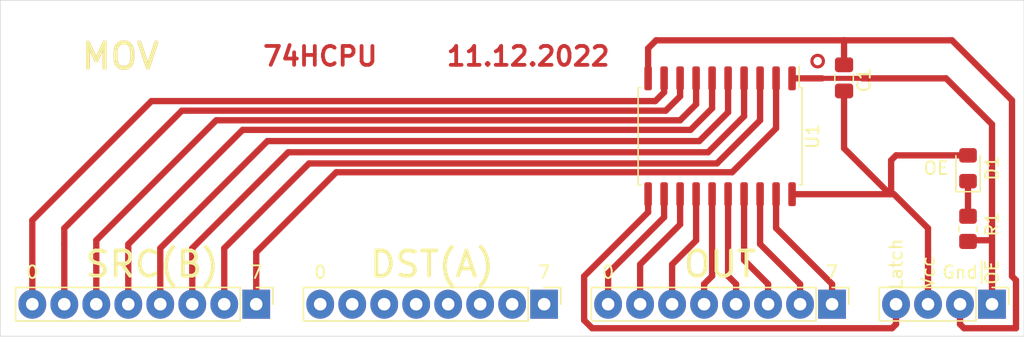
<source format=kicad_pcb>
(kicad_pcb (version 20171130) (host pcbnew "(5.1.8)-1")

  (general
    (thickness 1.6)
    (drawings 23)
    (tracks 106)
    (zones 0)
    (modules 8)
    (nets 30)
  )

  (page A4 portrait)
  (layers
    (0 F.Cu signal)
    (31 B.Cu signal)
    (32 B.Adhes user)
    (33 F.Adhes user)
    (34 B.Paste user)
    (35 F.Paste user)
    (36 B.SilkS user)
    (37 F.SilkS user)
    (38 B.Mask user)
    (39 F.Mask user)
    (40 Dwgs.User user)
    (41 Cmts.User user)
    (42 Eco1.User user)
    (43 Eco2.User user)
    (44 Edge.Cuts user)
    (45 Margin user)
    (46 B.CrtYd user)
    (47 F.CrtYd user)
    (48 B.Fab user)
    (49 F.Fab user)
  )

  (setup
    (last_trace_width 0.5)
    (user_trace_width 0.4)
    (user_trace_width 0.5)
    (user_trace_width 0.6)
    (user_trace_width 0.8)
    (trace_clearance 0.2)
    (zone_clearance 0.508)
    (zone_45_only no)
    (trace_min 0.2)
    (via_size 1.5)
    (via_drill 0.5)
    (via_min_size 0.4)
    (via_min_drill 0.3)
    (user_via 1.6 0.9)
    (uvia_size 0.3)
    (uvia_drill 0.1)
    (uvias_allowed no)
    (uvia_min_size 0.2)
    (uvia_min_drill 0.1)
    (edge_width 0.05)
    (segment_width 0.2)
    (pcb_text_width 0.3)
    (pcb_text_size 1.5 1.5)
    (mod_edge_width 0.12)
    (mod_text_size 1 1)
    (mod_text_width 0.15)
    (pad_size 1.6 1.6)
    (pad_drill 0.8)
    (pad_to_mask_clearance 0)
    (aux_axis_origin 0 0)
    (visible_elements 7FFFFFFF)
    (pcbplotparams
      (layerselection 0x010f0_ffffffff)
      (usegerberextensions false)
      (usegerberattributes false)
      (usegerberadvancedattributes false)
      (creategerberjobfile false)
      (excludeedgelayer true)
      (linewidth 0.100000)
      (plotframeref false)
      (viasonmask false)
      (mode 1)
      (useauxorigin false)
      (hpglpennumber 1)
      (hpglpenspeed 20)
      (hpglpendiameter 15.000000)
      (psnegative false)
      (psa4output false)
      (plotreference true)
      (plotvalue true)
      (plotinvisibletext false)
      (padsonsilk false)
      (subtractmaskfromsilk false)
      (outputformat 1)
      (mirror false)
      (drillshape 0)
      (scaleselection 1)
      (outputdirectory "gerber/"))
  )

  (net 0 "")
  (net 1 "Net-(J1-Pad7)")
  (net 2 "Net-(J1-Pad6)")
  (net 3 "Net-(J1-Pad5)")
  (net 4 "Net-(J1-Pad4)")
  (net 5 "Net-(J1-Pad3)")
  (net 6 "Net-(J1-Pad2)")
  (net 7 "Net-(J2-Pad7)")
  (net 8 "Net-(J2-Pad6)")
  (net 9 "Net-(J2-Pad5)")
  (net 10 "Net-(J2-Pad4)")
  (net 11 "Net-(J2-Pad3)")
  (net 12 "Net-(J2-Pad2)")
  (net 13 "Net-(J3-Pad7)")
  (net 14 "Net-(J3-Pad6)")
  (net 15 "Net-(J3-Pad5)")
  (net 16 "Net-(J3-Pad4)")
  (net 17 "Net-(J3-Pad3)")
  (net 18 "Net-(J3-Pad2)")
  (net 19 VCC)
  (net 20 GND)
  (net 21 /A0)
  (net 22 /A7)
  (net 23 /B0)
  (net 24 /B7)
  (net 25 /OUT0)
  (net 26 /OUT7)
  (net 27 /Latch)
  (net 28 /~OE)
  (net 29 "Net-(D1-Pad1)")

  (net_class Default "This is the default net class."
    (clearance 0.2)
    (trace_width 0.4)
    (via_dia 1.5)
    (via_drill 0.5)
    (uvia_dia 0.3)
    (uvia_drill 0.1)
    (add_net /A0)
    (add_net /A7)
    (add_net /B0)
    (add_net /B7)
    (add_net /Latch)
    (add_net /OUT0)
    (add_net /OUT7)
    (add_net /~OE)
    (add_net GND)
    (add_net "Net-(D1-Pad1)")
    (add_net "Net-(J1-Pad2)")
    (add_net "Net-(J1-Pad3)")
    (add_net "Net-(J1-Pad4)")
    (add_net "Net-(J1-Pad5)")
    (add_net "Net-(J1-Pad6)")
    (add_net "Net-(J1-Pad7)")
    (add_net "Net-(J2-Pad2)")
    (add_net "Net-(J2-Pad3)")
    (add_net "Net-(J2-Pad4)")
    (add_net "Net-(J2-Pad5)")
    (add_net "Net-(J2-Pad6)")
    (add_net "Net-(J2-Pad7)")
    (add_net "Net-(J3-Pad2)")
    (add_net "Net-(J3-Pad3)")
    (add_net "Net-(J3-Pad4)")
    (add_net "Net-(J3-Pad5)")
    (add_net "Net-(J3-Pad6)")
    (add_net "Net-(J3-Pad7)")
    (add_net VCC)
  )

  (module Connector_PinHeader_2.54mm:PinHeader_1x04_P2.54mm_Vertical (layer F.Cu) (tedit 59FED5CC) (tstamp 5F500AA8)
    (at 139.7 64.135 270)
    (descr "Through hole straight pin header, 1x04, 2.54mm pitch, single row")
    (tags "Through hole pin header THT 1x04 2.54mm single row")
    (path /5F50268E)
    (fp_text reference J4 (at -1.905 -1.905 90) (layer F.SilkS) hide
      (effects (font (size 1 1) (thickness 0.15)))
    )
    (fp_text value Conn_01x04_Male (at 1.905 5.08 180) (layer F.Fab)
      (effects (font (size 1 1) (thickness 0.15)))
    )
    (fp_line (start -0.635 -1.27) (end 1.27 -1.27) (layer F.Fab) (width 0.1))
    (fp_line (start 1.27 -1.27) (end 1.27 8.89) (layer F.Fab) (width 0.1))
    (fp_line (start 1.27 8.89) (end -1.27 8.89) (layer F.Fab) (width 0.1))
    (fp_line (start -1.27 8.89) (end -1.27 -0.635) (layer F.Fab) (width 0.1))
    (fp_line (start -1.27 -0.635) (end -0.635 -1.27) (layer F.Fab) (width 0.1))
    (fp_line (start -1.33 8.95) (end 1.33 8.95) (layer F.SilkS) (width 0.12))
    (fp_line (start -1.33 1.27) (end -1.33 8.95) (layer F.SilkS) (width 0.12))
    (fp_line (start 1.33 1.27) (end 1.33 8.95) (layer F.SilkS) (width 0.12))
    (fp_line (start -1.33 1.27) (end 1.33 1.27) (layer F.SilkS) (width 0.12))
    (fp_line (start -1.33 0) (end -1.33 -1.33) (layer F.SilkS) (width 0.12))
    (fp_line (start -1.33 -1.33) (end 0 -1.33) (layer F.SilkS) (width 0.12))
    (fp_line (start -1.8 -1.8) (end -1.8 9.4) (layer F.CrtYd) (width 0.05))
    (fp_line (start -1.8 9.4) (end 1.8 9.4) (layer F.CrtYd) (width 0.05))
    (fp_line (start 1.8 9.4) (end 1.8 -1.8) (layer F.CrtYd) (width 0.05))
    (fp_line (start 1.8 -1.8) (end -1.8 -1.8) (layer F.CrtYd) (width 0.05))
    (fp_text user %R (at 0 3.81) (layer F.Fab)
      (effects (font (size 1 1) (thickness 0.15)))
    )
    (pad 4 thru_hole oval (at 0 7.62 270) (size 2.3 2.2) (drill 1) (layers *.Cu *.Mask)
      (net 27 /Latch))
    (pad 3 thru_hole oval (at 0 5.08 270) (size 2.3 2.2) (drill 1) (layers *.Cu *.Mask)
      (net 19 VCC))
    (pad 2 thru_hole oval (at 0 2.54 270) (size 2.3 2.2) (drill 1) (layers *.Cu *.Mask)
      (net 20 GND))
    (pad 1 thru_hole rect (at 0 0 270) (size 2.3 2.2) (drill 1) (layers *.Cu *.Mask)
      (net 28 /~OE))
    (model ${KISYS3DMOD}/Connector_PinHeader_2.54mm.3dshapes/PinHeader_1x04_P2.54mm_Vertical.wrl
      (at (xyz 0 0 0))
      (scale (xyz 1 1 1))
      (rotate (xyz 0 0 0))
    )
  )

  (module Connector_PinHeader_2.54mm:PinHeader_1x08_P2.54mm_Vertical (layer F.Cu) (tedit 59FED5CC) (tstamp 5F500A5B)
    (at 127 64.135 270)
    (descr "Through hole straight pin header, 1x08, 2.54mm pitch, single row")
    (tags "Through hole pin header THT 1x08 2.54mm single row")
    (path /5F502016)
    (fp_text reference J3 (at 0 -2.33 90) (layer F.SilkS) hide
      (effects (font (size 1 1) (thickness 0.15)))
    )
    (fp_text value Conn_01x08_Male (at 1.905 8.89 180) (layer F.Fab)
      (effects (font (size 1 1) (thickness 0.15)))
    )
    (fp_line (start -0.635 -1.27) (end 1.27 -1.27) (layer F.Fab) (width 0.1))
    (fp_line (start 1.27 -1.27) (end 1.27 19.05) (layer F.Fab) (width 0.1))
    (fp_line (start 1.27 19.05) (end -1.27 19.05) (layer F.Fab) (width 0.1))
    (fp_line (start -1.27 19.05) (end -1.27 -0.635) (layer F.Fab) (width 0.1))
    (fp_line (start -1.27 -0.635) (end -0.635 -1.27) (layer F.Fab) (width 0.1))
    (fp_line (start -1.33 19.11) (end 1.33 19.11) (layer F.SilkS) (width 0.12))
    (fp_line (start -1.33 1.27) (end -1.33 19.11) (layer F.SilkS) (width 0.12))
    (fp_line (start 1.33 1.27) (end 1.33 19.11) (layer F.SilkS) (width 0.12))
    (fp_line (start -1.33 1.27) (end 1.33 1.27) (layer F.SilkS) (width 0.12))
    (fp_line (start -1.33 0) (end -1.33 -1.33) (layer F.SilkS) (width 0.12))
    (fp_line (start -1.33 -1.33) (end 0 -1.33) (layer F.SilkS) (width 0.12))
    (fp_line (start -1.8 -1.8) (end -1.8 19.55) (layer F.CrtYd) (width 0.05))
    (fp_line (start -1.8 19.55) (end 1.8 19.55) (layer F.CrtYd) (width 0.05))
    (fp_line (start 1.8 19.55) (end 1.8 -1.8) (layer F.CrtYd) (width 0.05))
    (fp_line (start 1.8 -1.8) (end -1.8 -1.8) (layer F.CrtYd) (width 0.05))
    (fp_text user %R (at 0 8.89) (layer F.Fab)
      (effects (font (size 1 1) (thickness 0.15)))
    )
    (pad 8 thru_hole oval (at 0 17.78 270) (size 2.3 2.2) (drill 1) (layers *.Cu *.Mask)
      (net 25 /OUT0))
    (pad 7 thru_hole oval (at 0 15.24 270) (size 2.3 2.2) (drill 1) (layers *.Cu *.Mask)
      (net 13 "Net-(J3-Pad7)"))
    (pad 6 thru_hole oval (at 0 12.7 270) (size 2.3 2.2) (drill 1) (layers *.Cu *.Mask)
      (net 14 "Net-(J3-Pad6)"))
    (pad 5 thru_hole oval (at 0 10.16 270) (size 2.3 2.2) (drill 1) (layers *.Cu *.Mask)
      (net 15 "Net-(J3-Pad5)"))
    (pad 4 thru_hole oval (at 0 7.62 270) (size 2.3 2.2) (drill 1) (layers *.Cu *.Mask)
      (net 16 "Net-(J3-Pad4)"))
    (pad 3 thru_hole oval (at 0 5.08 270) (size 2.3 2.2) (drill 1) (layers *.Cu *.Mask)
      (net 17 "Net-(J3-Pad3)"))
    (pad 2 thru_hole oval (at 0 2.54 270) (size 2.3 2.2) (drill 1) (layers *.Cu *.Mask)
      (net 18 "Net-(J3-Pad2)"))
    (pad 1 thru_hole rect (at 0 0 270) (size 2.3 2.2) (drill 1) (layers *.Cu *.Mask)
      (net 26 /OUT7))
    (model ${KISYS3DMOD}/Connector_PinHeader_2.54mm.3dshapes/PinHeader_1x08_P2.54mm_Vertical.wrl
      (at (xyz 0 0 0))
      (scale (xyz 1 1 1))
      (rotate (xyz 0 0 0))
    )
  )

  (module Connector_PinHeader_2.54mm:PinHeader_1x08_P2.54mm_Vertical (layer F.Cu) (tedit 59FED5CC) (tstamp 5F5009DA)
    (at 104.14 64.135 270)
    (descr "Through hole straight pin header, 1x08, 2.54mm pitch, single row")
    (tags "Through hole pin header THT 1x08 2.54mm single row")
    (path /5F5016B1)
    (fp_text reference J2 (at 0 -2.33 90) (layer F.SilkS) hide
      (effects (font (size 1 1) (thickness 0.15)))
    )
    (fp_text value Conn_01x08_Male (at 1.905 8.89 180) (layer F.Fab)
      (effects (font (size 1 1) (thickness 0.15)))
    )
    (fp_line (start -0.635 -1.27) (end 1.27 -1.27) (layer F.Fab) (width 0.1))
    (fp_line (start 1.27 -1.27) (end 1.27 19.05) (layer F.Fab) (width 0.1))
    (fp_line (start 1.27 19.05) (end -1.27 19.05) (layer F.Fab) (width 0.1))
    (fp_line (start -1.27 19.05) (end -1.27 -0.635) (layer F.Fab) (width 0.1))
    (fp_line (start -1.27 -0.635) (end -0.635 -1.27) (layer F.Fab) (width 0.1))
    (fp_line (start -1.33 19.11) (end 1.33 19.11) (layer F.SilkS) (width 0.12))
    (fp_line (start -1.33 1.27) (end -1.33 19.11) (layer F.SilkS) (width 0.12))
    (fp_line (start 1.33 1.27) (end 1.33 19.11) (layer F.SilkS) (width 0.12))
    (fp_line (start -1.33 1.27) (end 1.33 1.27) (layer F.SilkS) (width 0.12))
    (fp_line (start -1.33 0) (end -1.33 -1.33) (layer F.SilkS) (width 0.12))
    (fp_line (start -1.33 -1.33) (end 0 -1.33) (layer F.SilkS) (width 0.12))
    (fp_line (start -1.8 -1.8) (end -1.8 19.55) (layer F.CrtYd) (width 0.05))
    (fp_line (start -1.8 19.55) (end 1.8 19.55) (layer F.CrtYd) (width 0.05))
    (fp_line (start 1.8 19.55) (end 1.8 -1.8) (layer F.CrtYd) (width 0.05))
    (fp_line (start 1.8 -1.8) (end -1.8 -1.8) (layer F.CrtYd) (width 0.05))
    (fp_text user %R (at 0 8.89) (layer F.Fab)
      (effects (font (size 1 1) (thickness 0.15)))
    )
    (pad 8 thru_hole oval (at 0 17.78 270) (size 2.3 2.2) (drill 1) (layers *.Cu *.Mask)
      (net 21 /A0))
    (pad 7 thru_hole oval (at 0 15.24 270) (size 2.3 2.2) (drill 1) (layers *.Cu *.Mask)
      (net 7 "Net-(J2-Pad7)"))
    (pad 6 thru_hole oval (at 0 12.7 270) (size 2.3 2.2) (drill 1) (layers *.Cu *.Mask)
      (net 8 "Net-(J2-Pad6)"))
    (pad 5 thru_hole oval (at 0 10.16 270) (size 2.3 2.2) (drill 1) (layers *.Cu *.Mask)
      (net 9 "Net-(J2-Pad5)"))
    (pad 4 thru_hole oval (at 0 7.62 270) (size 2.3 2.2) (drill 1) (layers *.Cu *.Mask)
      (net 10 "Net-(J2-Pad4)"))
    (pad 3 thru_hole oval (at 0 5.08 270) (size 2.3 2.2) (drill 1) (layers *.Cu *.Mask)
      (net 11 "Net-(J2-Pad3)"))
    (pad 2 thru_hole oval (at 0 2.54 270) (size 2.3 2.2) (drill 1) (layers *.Cu *.Mask)
      (net 12 "Net-(J2-Pad2)"))
    (pad 1 thru_hole rect (at 0 0 270) (size 2.3 2.2) (drill 1) (layers *.Cu *.Mask)
      (net 22 /A7))
    (model ${KISYS3DMOD}/Connector_PinHeader_2.54mm.3dshapes/PinHeader_1x08_P2.54mm_Vertical.wrl
      (at (xyz 0 0 0))
      (scale (xyz 1 1 1))
      (rotate (xyz 0 0 0))
    )
  )

  (module Connector_PinHeader_2.54mm:PinHeader_1x08_P2.54mm_Vertical (layer F.Cu) (tedit 59FED5CC) (tstamp 5F500959)
    (at 81.28 64.135 270)
    (descr "Through hole straight pin header, 1x08, 2.54mm pitch, single row")
    (tags "Through hole pin header THT 1x08 2.54mm single row")
    (path /5F5004CF)
    (fp_text reference J1 (at 0 -2.33 90) (layer F.SilkS) hide
      (effects (font (size 1 1) (thickness 0.15)))
    )
    (fp_text value Conn_01x08_Male (at 1.905 8.89 180) (layer F.Fab)
      (effects (font (size 1 1) (thickness 0.15)))
    )
    (fp_line (start -0.635 -1.27) (end 1.27 -1.27) (layer F.Fab) (width 0.1))
    (fp_line (start 1.27 -1.27) (end 1.27 19.05) (layer F.Fab) (width 0.1))
    (fp_line (start 1.27 19.05) (end -1.27 19.05) (layer F.Fab) (width 0.1))
    (fp_line (start -1.27 19.05) (end -1.27 -0.635) (layer F.Fab) (width 0.1))
    (fp_line (start -1.27 -0.635) (end -0.635 -1.27) (layer F.Fab) (width 0.1))
    (fp_line (start -1.33 19.11) (end 1.33 19.11) (layer F.SilkS) (width 0.12))
    (fp_line (start -1.33 1.27) (end -1.33 19.11) (layer F.SilkS) (width 0.12))
    (fp_line (start 1.33 1.27) (end 1.33 19.11) (layer F.SilkS) (width 0.12))
    (fp_line (start -1.33 1.27) (end 1.33 1.27) (layer F.SilkS) (width 0.12))
    (fp_line (start -1.33 0) (end -1.33 -1.33) (layer F.SilkS) (width 0.12))
    (fp_line (start -1.33 -1.33) (end 0 -1.33) (layer F.SilkS) (width 0.12))
    (fp_line (start -1.8 -1.8) (end -1.8 19.55) (layer F.CrtYd) (width 0.05))
    (fp_line (start -1.8 19.55) (end 1.8 19.55) (layer F.CrtYd) (width 0.05))
    (fp_line (start 1.8 19.55) (end 1.8 -1.8) (layer F.CrtYd) (width 0.05))
    (fp_line (start 1.8 -1.8) (end -1.8 -1.8) (layer F.CrtYd) (width 0.05))
    (fp_text user %R (at 0 8.89) (layer F.Fab)
      (effects (font (size 1 1) (thickness 0.15)))
    )
    (pad 8 thru_hole oval (at 0 17.78 270) (size 2.3 2.2) (drill 1) (layers *.Cu *.Mask)
      (net 23 /B0))
    (pad 7 thru_hole oval (at 0 15.24 270) (size 2.3 2.2) (drill 1) (layers *.Cu *.Mask)
      (net 1 "Net-(J1-Pad7)"))
    (pad 6 thru_hole oval (at 0 12.7 270) (size 2.3 2.2) (drill 1) (layers *.Cu *.Mask)
      (net 2 "Net-(J1-Pad6)"))
    (pad 5 thru_hole oval (at 0 10.16 270) (size 2.3 2.2) (drill 1) (layers *.Cu *.Mask)
      (net 3 "Net-(J1-Pad5)"))
    (pad 4 thru_hole oval (at 0 7.62 270) (size 2.3 2.2) (drill 1) (layers *.Cu *.Mask)
      (net 4 "Net-(J1-Pad4)"))
    (pad 3 thru_hole oval (at 0 5.08 270) (size 2.3 2.2) (drill 1) (layers *.Cu *.Mask)
      (net 5 "Net-(J1-Pad3)"))
    (pad 2 thru_hole oval (at 0 2.54 270) (size 2.3 2.2) (drill 1) (layers *.Cu *.Mask)
      (net 6 "Net-(J1-Pad2)"))
    (pad 1 thru_hole rect (at 0 0 270) (size 2.3 2.2) (drill 1) (layers *.Cu *.Mask)
      (net 24 /B7))
    (model ${KISYS3DMOD}/Connector_PinHeader_2.54mm.3dshapes/PinHeader_1x08_P2.54mm_Vertical.wrl
      (at (xyz 0 0 0))
      (scale (xyz 1 1 1))
      (rotate (xyz 0 0 0))
    )
  )

  (module Package_SO:SOP-20_7.5x12.8mm_P1.27mm (layer F.Cu) (tedit 5F4D0A3D) (tstamp 62BBAC33)
    (at 118.11 50.8 270)
    (descr "SOP, 20 Pin (https://www.holtek.com/documents/10179/116723/sop20-300.pdf), generated with kicad-footprint-generator ipc_gullwing_generator.py")
    (tags "SOP SO")
    (path /5F510F59)
    (attr smd)
    (fp_text reference U1 (at 0 -7.35 90) (layer F.SilkS)
      (effects (font (size 1 1) (thickness 0.15)))
    )
    (fp_text value 74LS573 (at 0 7.35 90) (layer F.Fab)
      (effects (font (size 1 1) (thickness 0.15)))
    )
    (fp_line (start 5.8 -6.65) (end -5.8 -6.65) (layer F.CrtYd) (width 0.05))
    (fp_line (start 5.8 6.65) (end 5.8 -6.65) (layer F.CrtYd) (width 0.05))
    (fp_line (start -5.8 6.65) (end 5.8 6.65) (layer F.CrtYd) (width 0.05))
    (fp_line (start -5.8 -6.65) (end -5.8 6.65) (layer F.CrtYd) (width 0.05))
    (fp_line (start -3.75 -5.4) (end -2.75 -6.4) (layer F.Fab) (width 0.1))
    (fp_line (start -3.75 6.4) (end -3.75 -5.4) (layer F.Fab) (width 0.1))
    (fp_line (start 3.75 6.4) (end -3.75 6.4) (layer F.Fab) (width 0.1))
    (fp_line (start 3.75 -6.4) (end 3.75 6.4) (layer F.Fab) (width 0.1))
    (fp_line (start -2.75 -6.4) (end 3.75 -6.4) (layer F.Fab) (width 0.1))
    (fp_line (start -3.86 -6.275) (end -5.55 -6.275) (layer F.SilkS) (width 0.12))
    (fp_line (start -3.86 -6.51) (end -3.86 -6.275) (layer F.SilkS) (width 0.12))
    (fp_line (start 0 -6.51) (end -3.86 -6.51) (layer F.SilkS) (width 0.12))
    (fp_line (start 3.86 -6.51) (end 3.86 -6.275) (layer F.SilkS) (width 0.12))
    (fp_line (start 0 -6.51) (end 3.86 -6.51) (layer F.SilkS) (width 0.12))
    (fp_line (start -3.86 6.51) (end -3.86 6.275) (layer F.SilkS) (width 0.12))
    (fp_line (start 0 6.51) (end -3.86 6.51) (layer F.SilkS) (width 0.12))
    (fp_line (start 3.86 6.51) (end 3.86 6.275) (layer F.SilkS) (width 0.12))
    (fp_line (start 0 6.51) (end 3.86 6.51) (layer F.SilkS) (width 0.12))
    (fp_text user %R (at 0 0 90) (layer F.Fab)
      (effects (font (size 1 1) (thickness 0.15)))
    )
    (pad 1 smd roundrect (at -4.6 -5.715 270) (size 1.9 0.6) (layers F.Cu F.Paste F.Mask) (roundrect_rratio 0.25)
      (net 28 /~OE))
    (pad 2 smd roundrect (at -4.6 -4.445 270) (size 1.9 0.6) (layers F.Cu F.Paste F.Mask) (roundrect_rratio 0.25)
      (net 24 /B7))
    (pad 3 smd roundrect (at -4.6 -3.175 270) (size 1.9 0.6) (layers F.Cu F.Paste F.Mask) (roundrect_rratio 0.25)
      (net 6 "Net-(J1-Pad2)"))
    (pad 4 smd roundrect (at -4.6 -1.905 270) (size 1.9 0.6) (layers F.Cu F.Paste F.Mask) (roundrect_rratio 0.25)
      (net 5 "Net-(J1-Pad3)"))
    (pad 5 smd roundrect (at -4.6 -0.635 270) (size 1.9 0.6) (layers F.Cu F.Paste F.Mask) (roundrect_rratio 0.25)
      (net 4 "Net-(J1-Pad4)"))
    (pad 6 smd roundrect (at -4.6 0.635 270) (size 1.9 0.6) (layers F.Cu F.Paste F.Mask) (roundrect_rratio 0.25)
      (net 3 "Net-(J1-Pad5)"))
    (pad 7 smd roundrect (at -4.6 1.905 270) (size 1.9 0.6) (layers F.Cu F.Paste F.Mask) (roundrect_rratio 0.25)
      (net 2 "Net-(J1-Pad6)"))
    (pad 8 smd roundrect (at -4.6 3.175 270) (size 1.9 0.6) (layers F.Cu F.Paste F.Mask) (roundrect_rratio 0.25)
      (net 1 "Net-(J1-Pad7)"))
    (pad 9 smd roundrect (at -4.6 4.445 270) (size 1.9 0.6) (layers F.Cu F.Paste F.Mask) (roundrect_rratio 0.25)
      (net 23 /B0))
    (pad 10 smd roundrect (at -4.6 5.715 270) (size 1.9 0.6) (layers F.Cu F.Paste F.Mask) (roundrect_rratio 0.25)
      (net 20 GND))
    (pad 11 smd roundrect (at 4.6 5.715 270) (size 1.9 0.6) (layers F.Cu F.Paste F.Mask) (roundrect_rratio 0.25)
      (net 27 /Latch))
    (pad 12 smd roundrect (at 4.6 4.445 270) (size 1.9 0.6) (layers F.Cu F.Paste F.Mask) (roundrect_rratio 0.25)
      (net 25 /OUT0))
    (pad 13 smd roundrect (at 4.6 3.175 270) (size 1.9 0.6) (layers F.Cu F.Paste F.Mask) (roundrect_rratio 0.25)
      (net 13 "Net-(J3-Pad7)"))
    (pad 14 smd roundrect (at 4.6 1.905 270) (size 1.9 0.6) (layers F.Cu F.Paste F.Mask) (roundrect_rratio 0.25)
      (net 14 "Net-(J3-Pad6)"))
    (pad 15 smd roundrect (at 4.6 0.635 270) (size 1.9 0.6) (layers F.Cu F.Paste F.Mask) (roundrect_rratio 0.25)
      (net 15 "Net-(J3-Pad5)"))
    (pad 16 smd roundrect (at 4.6 -0.635 270) (size 1.9 0.6) (layers F.Cu F.Paste F.Mask) (roundrect_rratio 0.25)
      (net 16 "Net-(J3-Pad4)"))
    (pad 17 smd roundrect (at 4.6 -1.905 270) (size 1.9 0.6) (layers F.Cu F.Paste F.Mask) (roundrect_rratio 0.25)
      (net 17 "Net-(J3-Pad3)"))
    (pad 18 smd roundrect (at 4.6 -3.175 270) (size 1.9 0.6) (layers F.Cu F.Paste F.Mask) (roundrect_rratio 0.25)
      (net 18 "Net-(J3-Pad2)"))
    (pad 19 smd roundrect (at 4.6 -4.445 270) (size 1.9 0.6) (layers F.Cu F.Paste F.Mask) (roundrect_rratio 0.25)
      (net 26 /OUT7))
    (pad 20 smd roundrect (at 4.6 -5.715 270) (size 1.9 0.6) (layers F.Cu F.Paste F.Mask) (roundrect_rratio 0.25)
      (net 19 VCC))
    (model ${KISYS3DMOD}/Package_SO.3dshapes/SOP-20_7.5x12.8mm_P1.27mm.wrl
      (at (xyz 0 0 0))
      (scale (xyz 1 1 1))
      (rotate (xyz 0 0 0))
    )
  )

  (module Capacitor_SMD:C_0805_2012Metric_Pad1.18x1.45mm_HandSolder (layer F.Cu) (tedit 5F68FEEF) (tstamp 62BBDD98)
    (at 127.9525 46.1645 90)
    (descr "Capacitor SMD 0805 (2012 Metric), square (rectangular) end terminal, IPC_7351 nominal with elongated pad for handsoldering. (Body size source: IPC-SM-782 page 76, https://www.pcb-3d.com/wordpress/wp-content/uploads/ipc-sm-782a_amendment_1_and_2.pdf, https://docs.google.com/spreadsheets/d/1BsfQQcO9C6DZCsRaXUlFlo91Tg2WpOkGARC1WS5S8t0/edit?usp=sharing), generated with kicad-footprint-generator")
    (tags "capacitor handsolder")
    (path /5F50C05B)
    (attr smd)
    (fp_text reference C1 (at -0.1905 1.5875 90) (layer F.SilkS)
      (effects (font (size 1 1) (thickness 0.15)))
    )
    (fp_text value 0.1uF (at 0 1.68 90) (layer F.Fab)
      (effects (font (size 1 1) (thickness 0.15)))
    )
    (fp_line (start -1 0.625) (end -1 -0.625) (layer F.Fab) (width 0.1))
    (fp_line (start -1 -0.625) (end 1 -0.625) (layer F.Fab) (width 0.1))
    (fp_line (start 1 -0.625) (end 1 0.625) (layer F.Fab) (width 0.1))
    (fp_line (start 1 0.625) (end -1 0.625) (layer F.Fab) (width 0.1))
    (fp_line (start -0.261252 -0.735) (end 0.261252 -0.735) (layer F.SilkS) (width 0.12))
    (fp_line (start -0.261252 0.735) (end 0.261252 0.735) (layer F.SilkS) (width 0.12))
    (fp_line (start -1.88 0.98) (end -1.88 -0.98) (layer F.CrtYd) (width 0.05))
    (fp_line (start -1.88 -0.98) (end 1.88 -0.98) (layer F.CrtYd) (width 0.05))
    (fp_line (start 1.88 -0.98) (end 1.88 0.98) (layer F.CrtYd) (width 0.05))
    (fp_line (start 1.88 0.98) (end -1.88 0.98) (layer F.CrtYd) (width 0.05))
    (fp_text user %R (at 0 0 90) (layer F.Fab)
      (effects (font (size 0.5 0.5) (thickness 0.08)))
    )
    (pad 1 smd roundrect (at -1.0375 0 90) (size 1.175 1.45) (layers F.Cu F.Paste F.Mask) (roundrect_rratio 0.2127659574468085)
      (net 19 VCC))
    (pad 2 smd roundrect (at 1.0375 0 90) (size 1.175 1.45) (layers F.Cu F.Paste F.Mask) (roundrect_rratio 0.2127659574468085)
      (net 20 GND))
    (model ${KISYS3DMOD}/Capacitor_SMD.3dshapes/C_0805_2012Metric.wrl
      (at (xyz 0 0 0))
      (scale (xyz 1 1 1))
      (rotate (xyz 0 0 0))
    )
  )

  (module LED_SMD:LED_0805_2012Metric_Pad1.15x1.40mm_HandSolder (layer F.Cu) (tedit 5F68FEF1) (tstamp 6342C3B5)
    (at 137.795 53.34 90)
    (descr "LED SMD 0805 (2012 Metric), square (rectangular) end terminal, IPC_7351 nominal, (Body size source: https://docs.google.com/spreadsheets/d/1BsfQQcO9C6DZCsRaXUlFlo91Tg2WpOkGARC1WS5S8t0/edit?usp=sharing), generated with kicad-footprint-generator")
    (tags "LED handsolder")
    (path /63459271)
    (attr smd)
    (fp_text reference D1 (at 0 1.905 90) (layer F.SilkS)
      (effects (font (size 1 1) (thickness 0.15)))
    )
    (fp_text value LED (at 0 1.65 90) (layer F.Fab)
      (effects (font (size 1 1) (thickness 0.15)))
    )
    (fp_line (start 1 -0.6) (end -0.7 -0.6) (layer F.Fab) (width 0.1))
    (fp_line (start -0.7 -0.6) (end -1 -0.3) (layer F.Fab) (width 0.1))
    (fp_line (start -1 -0.3) (end -1 0.6) (layer F.Fab) (width 0.1))
    (fp_line (start -1 0.6) (end 1 0.6) (layer F.Fab) (width 0.1))
    (fp_line (start 1 0.6) (end 1 -0.6) (layer F.Fab) (width 0.1))
    (fp_line (start 1 -0.96) (end -1.86 -0.96) (layer F.SilkS) (width 0.12))
    (fp_line (start -1.86 -0.96) (end -1.86 0.96) (layer F.SilkS) (width 0.12))
    (fp_line (start -1.86 0.96) (end 1 0.96) (layer F.SilkS) (width 0.12))
    (fp_line (start -1.85 0.95) (end -1.85 -0.95) (layer F.CrtYd) (width 0.05))
    (fp_line (start -1.85 -0.95) (end 1.85 -0.95) (layer F.CrtYd) (width 0.05))
    (fp_line (start 1.85 -0.95) (end 1.85 0.95) (layer F.CrtYd) (width 0.05))
    (fp_line (start 1.85 0.95) (end -1.85 0.95) (layer F.CrtYd) (width 0.05))
    (fp_text user %R (at 0 0 90) (layer F.Fab)
      (effects (font (size 0.5 0.5) (thickness 0.08)))
    )
    (pad 1 smd roundrect (at -1.025 0 90) (size 1.15 1.4) (layers F.Cu F.Paste F.Mask) (roundrect_rratio 0.2173904347826087)
      (net 29 "Net-(D1-Pad1)"))
    (pad 2 smd roundrect (at 1.025 0 90) (size 1.15 1.4) (layers F.Cu F.Paste F.Mask) (roundrect_rratio 0.2173904347826087)
      (net 19 VCC))
    (model ${KISYS3DMOD}/LED_SMD.3dshapes/LED_0805_2012Metric.wrl
      (at (xyz 0 0 0))
      (scale (xyz 1 1 1))
      (rotate (xyz 0 0 0))
    )
  )

  (module Resistor_SMD:R_0805_2012Metric_Pad1.20x1.40mm_HandSolder (layer F.Cu) (tedit 5F68FEEE) (tstamp 6342C3C6)
    (at 137.795 58.15 270)
    (descr "Resistor SMD 0805 (2012 Metric), square (rectangular) end terminal, IPC_7351 nominal with elongated pad for handsoldering. (Body size source: IPC-SM-782 page 72, https://www.pcb-3d.com/wordpress/wp-content/uploads/ipc-sm-782a_amendment_1_and_2.pdf), generated with kicad-footprint-generator")
    (tags "resistor handsolder")
    (path /63459C8B)
    (attr smd)
    (fp_text reference R1 (at -0.365 -1.905 90) (layer F.SilkS)
      (effects (font (size 1 1) (thickness 0.15)))
    )
    (fp_text value 1k (at 0 1.65 90) (layer F.Fab)
      (effects (font (size 1 1) (thickness 0.15)))
    )
    (fp_line (start -1 0.625) (end -1 -0.625) (layer F.Fab) (width 0.1))
    (fp_line (start -1 -0.625) (end 1 -0.625) (layer F.Fab) (width 0.1))
    (fp_line (start 1 -0.625) (end 1 0.625) (layer F.Fab) (width 0.1))
    (fp_line (start 1 0.625) (end -1 0.625) (layer F.Fab) (width 0.1))
    (fp_line (start -0.227064 -0.735) (end 0.227064 -0.735) (layer F.SilkS) (width 0.12))
    (fp_line (start -0.227064 0.735) (end 0.227064 0.735) (layer F.SilkS) (width 0.12))
    (fp_line (start -1.85 0.95) (end -1.85 -0.95) (layer F.CrtYd) (width 0.05))
    (fp_line (start -1.85 -0.95) (end 1.85 -0.95) (layer F.CrtYd) (width 0.05))
    (fp_line (start 1.85 -0.95) (end 1.85 0.95) (layer F.CrtYd) (width 0.05))
    (fp_line (start 1.85 0.95) (end -1.85 0.95) (layer F.CrtYd) (width 0.05))
    (fp_text user %R (at 0 0 90) (layer F.Fab)
      (effects (font (size 0.5 0.5) (thickness 0.08)))
    )
    (pad 1 smd roundrect (at -1 0 270) (size 1.2 1.4) (layers F.Cu F.Paste F.Mask) (roundrect_rratio 0.2083325)
      (net 29 "Net-(D1-Pad1)"))
    (pad 2 smd roundrect (at 1 0 270) (size 1.2 1.4) (layers F.Cu F.Paste F.Mask) (roundrect_rratio 0.2083325)
      (net 28 /~OE))
    (model ${KISYS3DMOD}/Resistor_SMD.3dshapes/R_0805_2012Metric.wrl
      (at (xyz 0 0 0))
      (scale (xyz 1 1 1))
      (rotate (xyz 0 0 0))
    )
  )

  (gr_text MOV (at 70.485 44.45) (layer F.SilkS) (tstamp 639A3289)
    (effects (font (size 2 2) (thickness 0.3)))
  )
  (gr_text MOV (at 70.485 44.45) (layer F.Cu)
    (effects (font (size 2 2) (thickness 0.3)))
  )
  (gr_text OE (at 135.255 53.34) (layer F.SilkS)
    (effects (font (size 1 1) (thickness 0.15)))
  )
  (gr_text Gnd (at 137.16 61.595) (layer F.SilkS)
    (effects (font (size 1 1) (thickness 0.15)))
  )
  (gr_text Vcc (at 134.62 61.595 90) (layer F.SilkS)
    (effects (font (size 1 1) (thickness 0.15)))
  )
  (gr_text ~OE (at 139.7 61.595 90) (layer F.SilkS)
    (effects (font (size 1 1) (thickness 0.15)))
  )
  (gr_text Latch (at 132.08 60.96 90) (layer F.SilkS)
    (effects (font (size 1 1) (thickness 0.15)))
  )
  (gr_text 7 (at 127 61.595) (layer F.SilkS)
    (effects (font (size 1 1) (thickness 0.15)))
  )
  (gr_text 0 (at 109.22 61.595) (layer F.SilkS)
    (effects (font (size 1 1) (thickness 0.15)))
  )
  (gr_text 7 (at 104.14 61.595) (layer F.SilkS)
    (effects (font (size 1 1) (thickness 0.15)))
  )
  (gr_text 0 (at 86.36 61.595) (layer F.SilkS)
    (effects (font (size 1 1) (thickness 0.15)))
  )
  (gr_text 7 (at 81.28 61.595) (layer F.SilkS)
    (effects (font (size 1 1) (thickness 0.15)))
  )
  (gr_text 0 (at 63.5 61.595) (layer F.SilkS)
    (effects (font (size 1 1) (thickness 0.15)))
  )
  (gr_text OUT (at 118.11 60.96) (layer F.SilkS) (tstamp 6342D1BC)
    (effects (font (size 2 2) (thickness 0.3)))
  )
  (gr_text "SRC(B)" (at 73.025 60.96) (layer F.SilkS) (tstamp 6342D1BC)
    (effects (font (size 2 2) (thickness 0.3)))
  )
  (gr_text "DST(A)" (at 95.25 60.96) (layer F.SilkS)
    (effects (font (size 2 2) (thickness 0.3)))
  )
  (gr_text 11.12.2022 (at 102.87 44.45) (layer F.Cu)
    (effects (font (size 1.5 1.5) (thickness 0.3)))
  )
  (gr_text 74HCPU (at 86.36 44.45) (layer F.Cu)
    (effects (font (size 1.5 1.5) (thickness 0.3)))
  )
  (gr_circle (center 125.857 44.831) (end 126.314905 44.831) (layer F.Cu) (width 0.25))
  (gr_line (start 60.96 40.005) (end 60.96 66.675) (layer Edge.Cuts) (width 0.05) (tstamp 5F5024F4))
  (gr_line (start 142.24 40.005) (end 60.96 40.005) (layer Edge.Cuts) (width 0.05))
  (gr_line (start 142.24 66.675) (end 142.24 40.005) (layer Edge.Cuts) (width 0.05))
  (gr_line (start 60.96 66.675) (end 142.24 66.675) (layer Edge.Cuts) (width 0.05))

  (segment (start 66.04 59.3725) (end 66.04 64.135) (width 0.5) (layer F.Cu) (net 1))
  (segment (start 66.04 58.1025) (end 66.04 59.3725) (width 0.5) (layer F.Cu) (net 1))
  (segment (start 75.3745 48.768) (end 66.04 58.1025) (width 0.5) (layer F.Cu) (net 1))
  (segment (start 113.792 48.768) (end 75.3745 48.768) (width 0.5) (layer F.Cu) (net 1))
  (segment (start 114.935 47.625) (end 113.792 48.768) (width 0.5) (layer F.Cu) (net 1))
  (segment (start 114.935 46.2) (end 114.935 47.625) (width 0.5) (layer F.Cu) (net 1))
  (segment (start 68.58 59.055) (end 68.58 64.135) (width 0.5) (layer F.Cu) (net 2))
  (segment (start 78.105 49.53) (end 68.58 59.055) (width 0.5) (layer F.Cu) (net 2))
  (segment (start 114.935 49.53) (end 78.105 49.53) (width 0.5) (layer F.Cu) (net 2))
  (segment (start 116.205 48.26) (end 114.935 49.53) (width 0.5) (layer F.Cu) (net 2))
  (segment (start 116.205 46.2) (end 116.205 48.26) (width 0.5) (layer F.Cu) (net 2))
  (segment (start 117.475 48.5775) (end 117.475 46.2) (width 0.5) (layer F.Cu) (net 3))
  (segment (start 80.2005 50.292) (end 115.7605 50.292) (width 0.5) (layer F.Cu) (net 3))
  (segment (start 71.12 59.3725) (end 80.2005 50.292) (width 0.5) (layer F.Cu) (net 3))
  (segment (start 115.7605 50.292) (end 117.475 48.5775) (width 0.5) (layer F.Cu) (net 3))
  (segment (start 71.12 64.135) (end 71.12 59.3725) (width 0.5) (layer F.Cu) (net 3))
  (segment (start 73.66 59.69) (end 73.66 64.135) (width 0.5) (layer F.Cu) (net 4))
  (segment (start 82.169 51.181) (end 73.66 59.69) (width 0.5) (layer F.Cu) (net 4))
  (segment (start 116.459 51.181) (end 82.169 51.181) (width 0.5) (layer F.Cu) (net 4))
  (segment (start 118.745 48.895) (end 116.459 51.181) (width 0.5) (layer F.Cu) (net 4))
  (segment (start 118.745 46.2) (end 118.745 48.895) (width 0.5) (layer F.Cu) (net 4))
  (segment (start 76.2 59.69) (end 76.2 64.135) (width 0.5) (layer F.Cu) (net 5))
  (segment (start 83.82 52.07) (end 76.2 59.69) (width 0.5) (layer F.Cu) (net 5))
  (segment (start 117.1575 52.07) (end 83.82 52.07) (width 0.5) (layer F.Cu) (net 5))
  (segment (start 120.015 49.2125) (end 117.1575 52.07) (width 0.5) (layer F.Cu) (net 5))
  (segment (start 120.015 46.2) (end 120.015 49.2125) (width 0.5) (layer F.Cu) (net 5))
  (segment (start 121.285 46.2) (end 121.285 45.6417) (width 0.5) (layer F.Cu) (net 6) (status 30))
  (segment (start 78.74 59.69) (end 78.74 64.135) (width 0.5) (layer F.Cu) (net 6))
  (segment (start 85.47251 52.95749) (end 78.74 59.69) (width 0.5) (layer F.Cu) (net 6))
  (segment (start 117.85751 52.95749) (end 85.47251 52.95749) (width 0.5) (layer F.Cu) (net 6))
  (segment (start 121.285 49.53) (end 117.85751 52.95749) (width 0.5) (layer F.Cu) (net 6))
  (segment (start 121.285 46.2) (end 121.285 49.53) (width 0.5) (layer F.Cu) (net 6))
  (segment (start 114.935 55.4) (end 114.935 57.8024) (width 0.5) (layer F.Cu) (net 13) (status 10))
  (segment (start 114.935 57.8024) (end 111.76 60.9774) (width 0.5) (layer F.Cu) (net 13))
  (segment (start 111.76 60.9774) (end 111.76 64.135) (width 0.5) (layer F.Cu) (net 13) (status 20))
  (segment (start 116.205 55.4) (end 116.205 59.0724) (width 0.5) (layer F.Cu) (net 14) (status 10))
  (segment (start 116.205 59.0724) (end 114.3 60.9774) (width 0.5) (layer F.Cu) (net 14))
  (segment (start 114.3 60.9774) (end 114.3 64.135) (width 0.5) (layer F.Cu) (net 14) (status 20))
  (segment (start 116.84 64.135) (end 116.84 62.535) (width 0.5) (layer F.Cu) (net 15) (status 10))
  (segment (start 117.475 55.4) (end 117.475 61.9) (width 0.5) (layer F.Cu) (net 15) (status 10))
  (segment (start 117.475 61.9) (end 116.84 62.535) (width 0.5) (layer F.Cu) (net 15))
  (segment (start 119.38 64.135) (end 119.38 62.535) (width 0.5) (layer F.Cu) (net 16) (status 10))
  (segment (start 118.745 55.4) (end 118.745 61.9) (width 0.5) (layer F.Cu) (net 16) (status 10))
  (segment (start 118.745 61.9) (end 119.38 62.535) (width 0.5) (layer F.Cu) (net 16))
  (segment (start 121.92 64.135) (end 121.92 62.535) (width 0.5) (layer F.Cu) (net 17) (status 10))
  (segment (start 120.015 55.4) (end 120.015 60.63) (width 0.5) (layer F.Cu) (net 17) (status 10))
  (segment (start 120.015 60.63) (end 121.92 62.535) (width 0.5) (layer F.Cu) (net 17))
  (segment (start 124.46 64.135) (end 124.46 62.535) (width 0.5) (layer F.Cu) (net 18) (status 10))
  (segment (start 121.285 55.4) (end 121.285 59.36) (width 0.5) (layer F.Cu) (net 18) (status 10))
  (segment (start 121.285 59.36) (end 124.46 62.535) (width 0.5) (layer F.Cu) (net 18))
  (segment (start 134.62 59.69) (end 134.62 64.135) (width 0.5) (layer F.Cu) (net 19) (status 20))
  (segment (start 134.62 58.1025) (end 134.62 59.69) (width 0.5) (layer F.Cu) (net 19) (status 10))
  (segment (start 131.9175 55.4) (end 134.62 58.1025) (width 0.5) (layer F.Cu) (net 19) (status 20))
  (segment (start 131.6 55.4) (end 131.9175 55.4) (width 0.5) (layer F.Cu) (net 19))
  (segment (start 123.825 55.4) (end 131.6 55.4) (width 0.5) (layer F.Cu) (net 19) (status 10))
  (segment (start 131.69 55.31) (end 131.6 55.4) (width 0.5) (layer F.Cu) (net 19))
  (segment (start 131.69 52.705) (end 131.69 55.31) (width 0.5) (layer F.Cu) (net 19) (status 10))
  (segment (start 127.9525 47.202) (end 127.9525 51.7525) (width 0.5) (layer F.Cu) (net 19))
  (segment (start 127.9525 51.7525) (end 131.445 55.245) (width 0.5) (layer F.Cu) (net 19))
  (segment (start 132.08 52.315) (end 131.69 52.705) (width 0.5) (layer F.Cu) (net 19))
  (segment (start 137.795 52.315) (end 132.08 52.315) (width 0.5) (layer F.Cu) (net 19))
  (segment (start 137.16 65.7225) (end 137.16 64.135) (width 0.5) (layer F.Cu) (net 20))
  (segment (start 137.4775 66.04) (end 137.16 65.7225) (width 0.5) (layer F.Cu) (net 20))
  (segment (start 141.605 66.04) (end 137.4775 66.04) (width 0.5) (layer F.Cu) (net 20))
  (segment (start 141.605 62.23) (end 141.605 66.04) (width 0.5) (layer F.Cu) (net 20))
  (segment (start 141.2875 61.9125) (end 141.605 62.23) (width 0.5) (layer F.Cu) (net 20))
  (segment (start 141.2875 47.9425) (end 141.2875 61.9125) (width 0.5) (layer F.Cu) (net 20))
  (segment (start 136.525 43.18) (end 141.2875 47.9425) (width 0.5) (layer F.Cu) (net 20))
  (segment (start 112.395 43.815) (end 113.03 43.18) (width 0.5) (layer F.Cu) (net 20))
  (segment (start 112.395 46.2) (end 112.395 43.815) (width 0.5) (layer F.Cu) (net 20))
  (segment (start 127.9525 45.127) (end 127.9525 43.18) (width 0.5) (layer F.Cu) (net 20))
  (segment (start 127.9525 43.18) (end 136.525 43.18) (width 0.5) (layer F.Cu) (net 20))
  (segment (start 113.03 43.18) (end 127.9525 43.18) (width 0.5) (layer F.Cu) (net 20))
  (segment (start 63.5 57.4675) (end 63.5 64.135) (width 0.5) (layer F.Cu) (net 23))
  (segment (start 72.9615 48.006) (end 63.5 57.4675) (width 0.5) (layer F.Cu) (net 23))
  (segment (start 112.9665 48.006) (end 72.9615 48.006) (width 0.5) (layer F.Cu) (net 23))
  (segment (start 113.665 47.3075) (end 112.9665 48.006) (width 0.5) (layer F.Cu) (net 23))
  (segment (start 113.665 46.2) (end 113.665 47.3075) (width 0.5) (layer F.Cu) (net 23))
  (segment (start 81.28 60.0075) (end 81.28 64.135) (width 0.5) (layer F.Cu) (net 24))
  (segment (start 87.63 53.6575) (end 81.28 60.0075) (width 0.5) (layer F.Cu) (net 24))
  (segment (start 119.0625 53.6575) (end 87.63 53.6575) (width 0.5) (layer F.Cu) (net 24))
  (segment (start 122.555 50.165) (end 119.0625 53.6575) (width 0.5) (layer F.Cu) (net 24))
  (segment (start 122.555 46.2) (end 122.555 50.165) (width 0.5) (layer F.Cu) (net 24))
  (segment (start 113.665 55.4) (end 113.665 57.2286) (width 0.5) (layer F.Cu) (net 25) (status 10))
  (segment (start 113.665 57.2286) (end 109.22 61.6736) (width 0.5) (layer F.Cu) (net 25))
  (segment (start 109.22 61.6736) (end 109.22 64.135) (width 0.5) (layer F.Cu) (net 25) (status 20))
  (segment (start 127 64.135) (end 127 62.535) (width 0.5) (layer F.Cu) (net 26) (status 10))
  (segment (start 122.555 55.4) (end 122.555 58.09) (width 0.5) (layer F.Cu) (net 26) (status 10))
  (segment (start 122.555 58.09) (end 127 62.535) (width 0.5) (layer F.Cu) (net 26))
  (segment (start 132.08 65.405) (end 132.08 64.135) (width 0.5) (layer F.Cu) (net 27) (status 20))
  (segment (start 132.08 65.7225) (end 132.08 65.405) (width 0.5) (layer F.Cu) (net 27))
  (segment (start 131.7625 66.04) (end 132.08 65.7225) (width 0.5) (layer F.Cu) (net 27))
  (segment (start 112.395 55.4) (end 112.395 56.8325) (width 0.5) (layer F.Cu) (net 27) (status 10))
  (segment (start 112.395 56.8325) (end 107.315 61.9125) (width 0.5) (layer F.Cu) (net 27))
  (segment (start 107.315 65.405) (end 107.95 66.04) (width 0.5) (layer F.Cu) (net 27))
  (segment (start 107.95 66.04) (end 131.7625 66.04) (width 0.5) (layer F.Cu) (net 27))
  (segment (start 107.315 61.9125) (end 107.315 65.405) (width 0.5) (layer F.Cu) (net 27))
  (segment (start 139.7 62.535) (end 139.7 64.135) (width 0.5) (layer F.Cu) (net 28) (status 20))
  (segment (start 136.0525 46.2) (end 139.7 49.8475) (width 0.5) (layer F.Cu) (net 28))
  (segment (start 138.16 59.055) (end 139.7 59.055) (width 0.5) (layer F.Cu) (net 28) (status 10))
  (segment (start 139.7 52.705) (end 139.7 62.535) (width 0.5) (layer F.Cu) (net 28))
  (segment (start 139.7 49.8475) (end 139.7 52.705) (width 0.5) (layer F.Cu) (net 28))
  (segment (start 136.0525 46.2) (end 129.385 46.2) (width 0.5) (layer F.Cu) (net 28))
  (segment (start 129.385 46.2) (end 126.21 46.2) (width 0.4) (layer F.Cu) (net 28))
  (segment (start 126.21 46.2) (end 123.825 46.2) (width 0.5) (layer F.Cu) (net 28))
  (segment (start 137.795 54.365) (end 137.795 57.15) (width 0.5) (layer F.Cu) (net 29))

)

</source>
